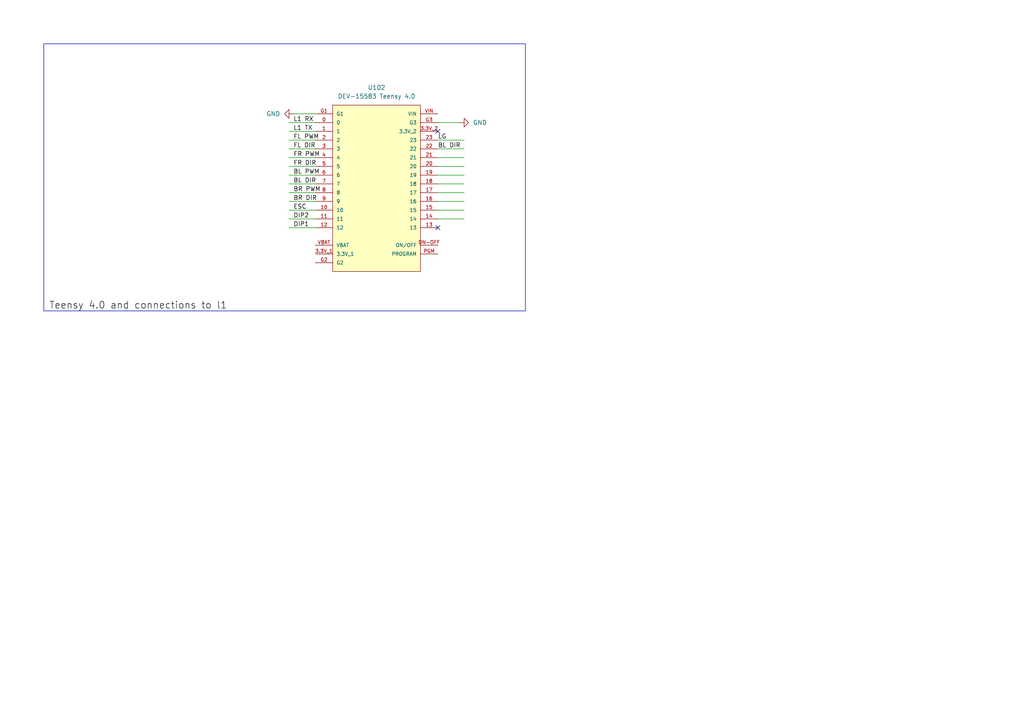
<source format=kicad_sch>
(kicad_sch (version 20230121) (generator eeschema)
  (paper "A4")
  (lib_symbols
    (symbol "power:GND" (power) (pin_names (offset 0))
      (property "Value" "GND" (at 0 -3.81 0))
      (symbol "GND_0_1"
        (polyline (pts (xy 0 0) (xy 0 -1.27) (xy 1.27 -1.27) (xy 0 -2.54) (xy -1.27 -1.27) (xy 0 -1.27)))
      )
      (symbol "GND_1_1"
        (pin power_in line (at 0 0 270) (length 0) hide (name "GND") (number "1"))
      )
    )
    (symbol "teensy-4.0:DEV-15583" (pin_names (offset 1.016))
      (property "Reference" "U" (at -12.7 23.622 0))
      (property "Value" "DEV-15583" (at -12.7 -27.94 0))
      (symbol "DEV-15583_0_0"
        (rectangle (start -12.7 -25.4) (end 12.7 22.86) (stroke (width 0.1524)) (fill (type background)))
        (pin bidirectional line (at -17.78 17.78 0) (length 5.08) (name "0") (number "0"))
        (pin bidirectional line (at -17.78 15.24 0) (length 5.08) (name "1") (number "1"))
        (pin bidirectional line (at -17.78 -7.62 0) (length 5.08) (name "10") (number "10"))
        (pin bidirectional line (at -17.78 -10.16 0) (length 5.08) (name "11") (number "11"))
        (pin bidirectional line (at -17.78 -12.7 0) (length 5.08) (name "12") (number "12"))
        (pin bidirectional line (at 17.78 -12.7 180) (length 5.08) (name "13") (number "13"))
        (pin bidirectional line (at 17.78 -10.16 180) (length 5.08) (name "14") (number "14"))
        (pin bidirectional line (at 17.78 -7.62 180) (length 5.08) (name "15") (number "15"))
        (pin bidirectional line (at 17.78 -5.08 180) (length 5.08) (name "16") (number "16"))
        (pin bidirectional line (at 17.78 -2.54 180) (length 5.08) (name "17") (number "17"))
        (pin bidirectional line (at 17.78 0 180) (length 5.08) (name "18") (number "18"))
        (pin bidirectional line (at 17.78 2.54 180) (length 5.08) (name "19") (number "19"))
        (pin bidirectional line (at -17.78 12.7 0) (length 5.08) (name "2") (number "2"))
        (pin bidirectional line (at 17.78 5.08 180) (length 5.08) (name "20") (number "20"))
        (pin bidirectional line (at 17.78 7.62 180) (length 5.08) (name "21") (number "21"))
        (pin bidirectional line (at 17.78 10.16 180) (length 5.08) (name "22") (number "22"))
        (pin bidirectional line (at 17.78 12.7 180) (length 5.08) (name "23") (number "23"))
        (pin bidirectional line (at -17.78 10.16 0) (length 5.08) (name "3") (number "3"))
        (pin power_in line (at -17.78 -20.32 0) (length 5.08) (name "3.3V_1") (number "3.3V_1"))
        (pin power_in line (at 17.78 15.24 180) (length 5.08) (name "3.3V_2") (number "3.3V_2"))
        (pin bidirectional line (at -17.78 7.62 0) (length 5.08) (name "4") (number "4"))
        (pin bidirectional line (at -17.78 5.08 0) (length 5.08) (name "5") (number "5"))
        (pin bidirectional line (at -17.78 2.54 0) (length 5.08) (name "6") (number "6"))
        (pin bidirectional line (at -17.78 0 0) (length 5.08) (name "7") (number "7"))
        (pin bidirectional line (at -17.78 -2.54 0) (length 5.08) (name "8") (number "8"))
        (pin bidirectional line (at -17.78 -5.08 0) (length 5.08) (name "9") (number "9"))
        (pin power_in line (at -17.78 20.32 0) (length 5.08) (name "G1") (number "G1"))
        (pin power_in line (at -17.78 -22.86 0) (length 5.08) (name "G2") (number "G2"))
        (pin power_in line (at 17.78 17.78 180) (length 5.08) (name "G3") (number "G3"))
        (pin bidirectional line (at 17.78 -17.78 180) (length 5.08) (name "ON/OFF") (number "ON-OFF"))
        (pin bidirectional line (at 17.78 -20.32 180) (length 5.08) (name "PROGRAM") (number "PGM"))
        (pin power_in line (at -17.78 -17.78 0) (length 5.08) (name "VBAT") (number "VBAT"))
        (pin power_in line (at 17.78 20.32 180) (length 5.08) (name "VIN") (number "VIN"))
      )
    )
  )
  (no_connect (at 127 66.04))
  (no_connect (at 127 38.1))
  (wire (pts (xy 127 55.88) (xy 134.62 55.88)))
  (wire (pts (xy 127 63.5) (xy 134.62 63.5)))
  (wire (pts (xy 83.82 35.56) (xy 91.44 35.56)))
  (wire (pts (xy 127 45.72) (xy 134.62 45.72)))
  (wire (pts (xy 83.82 40.64) (xy 91.44 40.64)))
  (wire (pts (xy 127 43.18) (xy 134.62 43.18)))
  (wire (pts (xy 127 40.64) (xy 134.62 40.64)))
  (wire (pts (xy 83.82 38.1) (xy 91.44 38.1)))
  (wire (pts (xy 83.82 43.18) (xy 91.44 43.18)))
  (wire (pts (xy 83.82 66.04) (xy 91.44 66.04)))
  (wire (pts (xy 83.82 63.5) (xy 91.44 63.5)))
  (wire (pts (xy 83.82 48.26) (xy 91.44 48.26)))
  (wire (pts (xy 83.82 55.88) (xy 91.44 55.88)))
  (wire (pts (xy 83.82 50.8) (xy 91.44 50.8)))
  (wire (pts (xy 83.82 45.72) (xy 91.44 45.72)))
  (wire (pts (xy 127 60.96) (xy 134.62 60.96)))
  (wire (pts (xy 127 50.8) (xy 134.62 50.8)))
  (wire (pts (xy 127 58.42) (xy 134.62 58.42)))
  (wire (pts (xy 127 53.34) (xy 134.62 53.34)))
  (wire (pts (xy 133.35 35.56) (xy 127 35.56)))
  (wire (pts (xy 85.09 33.02) (xy 91.44 33.02)))
  (wire (pts (xy 83.82 60.96) (xy 91.44 60.96)))
  (wire (pts (xy 127 48.26) (xy 134.62 48.26)))
  (wire (pts (xy 83.82 53.34) (xy 91.44 53.34)))
  (wire (pts (xy 83.82 58.42) (xy 91.44 58.42)))
  (rectangle (start 12.7 12.7) (end 152.4 90.17))
  (label "ESC" (at 85.09 60.96 0))
  (label "FR DIR" (at 85.09 48.26 0))
  (label "BL DIR" (at 85.09 53.34 0))
  (label "BL PWM" (at 85.09 50.8 0))
  (label "LG" (at 127 40.64 0))
  (label "L1 TX" (at 85.09 38.1 0))
  (label "FR PWM" (at 85.09 45.72 0))
  (label " Teensy 4.0 and connections to l1" (at 12.7 90.17 0) (effects (font (size 2 2))))
  (label "FL PWM" (at 85.09 40.64 0))
  (label "DIP2" (at 85.09 63.5 0))
  (label "BR PWM" (at 85.09 55.88 0))
  (label "FL DIR" (at 85.09 43.18 0))
  (label "DIP1" (at 85.09 66.04 0))
  (label "L1 RX" (at 85.09 35.56 0))
  (label "BL DIR" (at 127 43.18 0))
  (label "BR DIR" (at 85.09 58.42 0))
  (symbol (lib_id "power:GND") (at 133.35 35.56 90) (unit 1)
    (property "Reference" "#PWR0102" (effects hide))
    (property "Value" "GND" (at 137.16 35.56 90) (effects (justify right)))
  )
  (symbol (lib_id "power:GND") (at 85.09 33.02 270) (unit 1)
    (property "Reference" "#PWR0101" (effects hide))
    (property "Value" "GND" (at 81.28 33.02 90) (effects (justify right)))
  )
  (symbol (lib_id "teensy-4.0:DEV-15583") (at 109.22 53.34 0) (unit 1)
    (property "Reference" "U102" (at 109.22 25.4 0))
    (property "Value" "DEV-15583 Teensy 4.0" (at 109.22 27.94 0))
    (property "Footprint" "MODULE_DEV-15583" (effects hide))
    (property "STANDARD" "Manufacturer Recommendations" (effects hide))
    (property "MAXIMUM_PACKAGE_HEIGHT" "5.87mm" (effects hide))
    (property "MANUFACTURER" "Sparkfun" (effects hide))
  )
)
</source>
